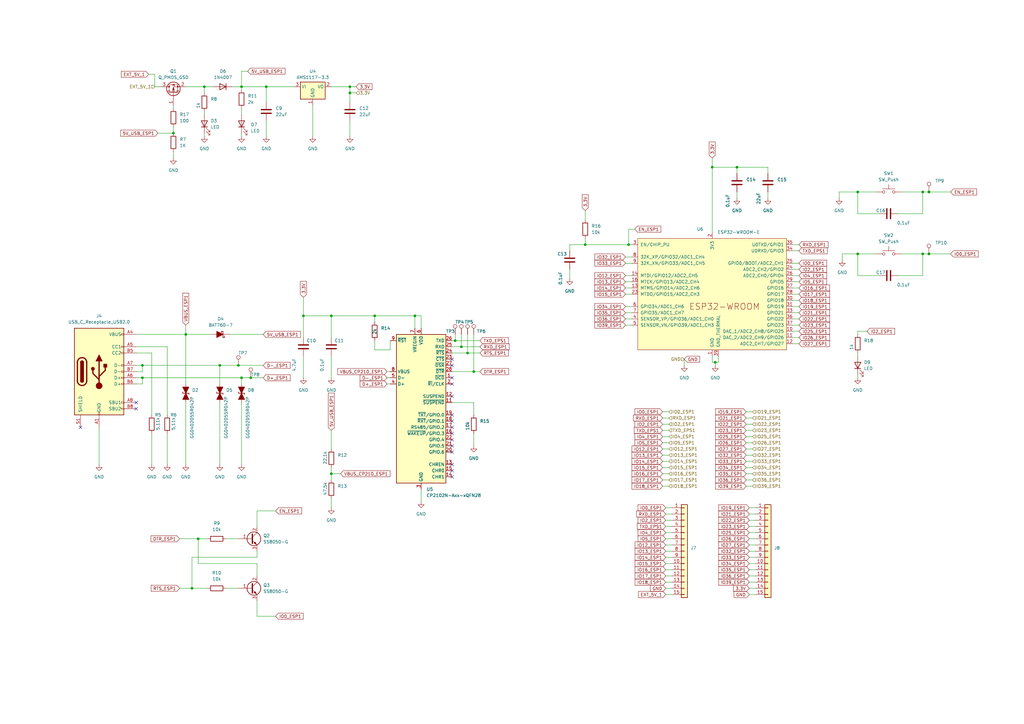
<source format=kicad_sch>
(kicad_sch (version 20230121) (generator eeschema)
  (paper "A3")
  (lib_symbols
    (symbol "Connector:TestPoint" (pin_numbers hide) (pin_names (offset 0.762) hide)
      (property "Reference" "TP" (at 0 6.858 0))
      (property "Value" "TestPoint" (at 0 5.08 0))
      (symbol "TestPoint_1_1"
        (pin passive line (at 0 0 90) (length 2.54) (name "1") (number "1"))
      )
    )
    (symbol "Connector:USB_C_Receptacle_USB2.0" (pin_names (offset 1.016))
      (property "Reference" "J" (at -10.16 19.05 0))
      (property "Value" "USB_C_Receptacle_USB2.0" (at 19.05 19.05 0))
      (symbol "USB_C_Receptacle_USB2.0_1_1"
        (pin passive line (at 0 -22.86 90) (length 5.08) (name "GND") (number "A1"))
        (pin passive line (at 0 -22.86 90) (length 5.08) hide (name "GND") (number "A12"))
        (pin passive line (at 15.24 15.24 180) (length 5.08) (name "VBUS") (number "A4"))
        (pin bidirectional line (at 15.24 10.16 180) (length 5.08) (name "CC1") (number "A5"))
        (pin bidirectional line (at 15.24 -2.54 180) (length 5.08) (name "D+") (number "A6"))
        (pin bidirectional line (at 15.24 2.54 180) (length 5.08) (name "D-") (number "A7"))
        (pin bidirectional line (at 15.24 -12.7 180) (length 5.08) (name "SBU1") (number "A8"))
        (pin passive line (at 15.24 15.24 180) (length 5.08) hide (name "VBUS") (number "A9"))
        (pin passive line (at 0 -22.86 90) (length 5.08) hide (name "GND") (number "B1"))
        (pin passive line (at 0 -22.86 90) (length 5.08) hide (name "GND") (number "B12"))
        (pin passive line (at 15.24 15.24 180) (length 5.08) hide (name "VBUS") (number "B4"))
        (pin bidirectional line (at 15.24 7.62 180) (length 5.08) (name "CC2") (number "B5"))
        (pin bidirectional line (at 15.24 -5.08 180) (length 5.08) (name "D+") (number "B6"))
        (pin bidirectional line (at 15.24 0 180) (length 5.08) (name "D-") (number "B7"))
        (pin bidirectional line (at 15.24 -15.24 180) (length 5.08) (name "SBU2") (number "B8"))
        (pin passive line (at 15.24 15.24 180) (length 5.08) hide (name "VBUS") (number "B9"))
        (pin passive line (at -7.62 -22.86 90) (length 5.08) (name "SHIELD") (number "S1"))
      )
    )
    (symbol "Connector_Generic:Conn_01x15" (pin_names (offset 1.016) hide)
      (property "Reference" "J" (at 0 20.32 0))
      (property "Value" "Conn_01x15" (at 0 -20.32 0))
      (symbol "Conn_01x15_1_1"
        (pin passive line (at -5.08 17.78 0) (length 3.81) (name "Pin_1") (number "1"))
        (pin passive line (at -5.08 -5.08 0) (length 3.81) (name "Pin_10") (number "10"))
        (pin passive line (at -5.08 -7.62 0) (length 3.81) (name "Pin_11") (number "11"))
        (pin passive line (at -5.08 -10.16 0) (length 3.81) (name "Pin_12") (number "12"))
        (pin passive line (at -5.08 -12.7 0) (length 3.81) (name "Pin_13") (number "13"))
        (pin passive line (at -5.08 -15.24 0) (length 3.81) (name "Pin_14") (number "14"))
        (pin passive line (at -5.08 -17.78 0) (length 3.81) (name "Pin_15") (number "15"))
        (pin passive line (at -5.08 15.24 0) (length 3.81) (name "Pin_2") (number "2"))
        (pin passive line (at -5.08 12.7 0) (length 3.81) (name "Pin_3") (number "3"))
        (pin passive line (at -5.08 10.16 0) (length 3.81) (name "Pin_4") (number "4"))
        (pin passive line (at -5.08 7.62 0) (length 3.81) (name "Pin_5") (number "5"))
        (pin passive line (at -5.08 5.08 0) (length 3.81) (name "Pin_6") (number "6"))
        (pin passive line (at -5.08 2.54 0) (length 3.81) (name "Pin_7") (number "7"))
        (pin passive line (at -5.08 0 0) (length 3.81) (name "Pin_8") (number "8"))
        (pin passive line (at -5.08 -2.54 0) (length 3.81) (name "Pin_9") (number "9"))
      )
    )
    (symbol "Device:C" (pin_numbers hide) (pin_names (offset 0.254))
      (property "Reference" "C" (at 0.635 2.54 0))
      (property "Value" "C" (at 0.635 -2.54 0))
      (symbol "C_1_1"
        (pin passive line (at 0 3.81 270) (length 2.794) (name "~") (number "1"))
        (pin passive line (at 0 -3.81 90) (length 2.794) (name "~") (number "2"))
      )
    )
    (symbol "Device:D_Schottky_Filled" (pin_numbers hide) (pin_names (offset 1.016) hide)
      (property "Reference" "D" (at 0 2.54 0))
      (property "Value" "D_Schottky_Filled" (at 0 -2.54 0))
      (symbol "D_Schottky_Filled_1_1"
        (pin passive line (at -3.81 0 0) (length 2.54) (name "K") (number "1"))
        (pin passive line (at 3.81 0 180) (length 2.54) (name "A") (number "2"))
      )
    )
    (symbol "Device:D_TVS_Filled" (pin_numbers hide) (pin_names (offset 1.016) hide)
      (property "Reference" "D" (at 0 2.54 0))
      (property "Value" "D_TVS_Filled" (at 0 -2.54 0))
      (symbol "D_TVS_Filled_1_1"
        (pin passive line (at -3.81 0 0) (length 2.54) (name "A1") (number "1"))
        (pin passive line (at 3.81 0 180) (length 2.54) (name "A2") (number "2"))
      )
    )
    (symbol "Device:LED" (pin_numbers hide) (pin_names (offset 1.016) hide)
      (property "Reference" "D" (at 0 2.54 0))
      (property "Value" "LED" (at 0 -2.54 0))
      (symbol "LED_1_1"
        (pin passive line (at -3.81 0 0) (length 2.54) (name "K") (number "1"))
        (pin passive line (at 3.81 0 180) (length 2.54) (name "A") (number "2"))
      )
    )
    (symbol "Device:Q_PMOS_GSD" (pin_names (offset 0) hide)
      (property "Reference" "Q" (at 5.08 1.27 0))
      (property "Value" "Q_PMOS_GSD" (at 5.08 -1.27 0))
      (symbol "Q_PMOS_GSD_1_1"
        (pin input line (at -5.08 0 0) (length 2.54) (name "G") (number "1"))
        (pin passive line (at 2.54 -5.08 90) (length 2.54) (name "S") (number "2"))
        (pin passive line (at 2.54 5.08 270) (length 2.54) (name "D") (number "3"))
      )
    )
    (symbol "Device:R" (pin_numbers hide) (pin_names (offset 0))
      (property "Reference" "R" (at 2.032 0 90))
      (property "Value" "R" (at 0 0 90))
      (symbol "R_1_1"
        (pin passive line (at 0 3.81 270) (length 1.27) (name "~") (number "1"))
        (pin passive line (at 0 -3.81 90) (length 1.27) (name "~") (number "2"))
      )
    )
    (symbol "Diode:1N4007" (pin_numbers hide) (pin_names hide)
      (property "Reference" "D" (at 0 2.54 0))
      (property "Value" "1N4007" (at 0 -2.54 0))
      (symbol "1N4007_1_1"
        (pin passive line (at -3.81 0 0) (length 2.54) (name "K") (number "1"))
        (pin passive line (at 3.81 0 180) (length 2.54) (name "A") (number "2"))
      )
    )
    (symbol "Interface_USB:CP2102N-Axx-xQFN28"
      (property "Reference" "U" (at -8.89 31.75 0))
      (property "Value" "CP2102N-Axx-xQFN28" (at 12.7 31.75 0))
      (symbol "CP2102N-Axx-xQFN28_1_1"
        (pin input line (at 12.7 12.7 180) (length 2.54) (name "~{DCD}") (number "1"))
        (pin no_connect line (at -10.16 -27.94 0) (length 2.54) hide (name "NC") (number "10"))
        (pin output line (at 12.7 2.54 180) (length 2.54) (name "~{SUSPEND}") (number "11"))
        (pin output line (at 12.7 5.08 180) (length 2.54) (name "SUSPEND") (number "12"))
        (pin output line (at 12.7 -22.86 180) (length 2.54) (name "CHREN") (number "13"))
        (pin output line (at 12.7 -27.94 180) (length 2.54) (name "CHR1") (number "14"))
        (pin output line (at 12.7 -25.4 180) (length 2.54) (name "CHR0") (number "15"))
        (pin bidirectional line (at 12.7 -10.16 180) (length 2.54) (name "~{WAKEUP}/GPIO.3") (number "16"))
        (pin bidirectional line (at 12.7 -7.62 180) (length 2.54) (name "RS485/GPIO.2") (number "17"))
        (pin bidirectional line (at 12.7 -5.08 180) (length 2.54) (name "~{RXT}/GPIO.1") (number "18"))
        (pin bidirectional line (at 12.7 -2.54 180) (length 2.54) (name "~{TXT}/GPIO.0") (number "19"))
        (pin bidirectional line (at 12.7 10.16 180) (length 2.54) (name "~{RI}/CLK") (number "2"))
        (pin bidirectional line (at 12.7 -17.78 180) (length 2.54) (name "GPIO.6") (number "20"))
        (pin bidirectional line (at 12.7 -15.24 180) (length 2.54) (name "GPIO.5") (number "21"))
        (pin bidirectional line (at 12.7 -12.7 180) (length 2.54) (name "GPIO.4") (number "22"))
        (pin input line (at 12.7 20.32 180) (length 2.54) (name "~{CTS}") (number "23"))
        (pin output line (at 12.7 22.86 180) (length 2.54) (name "~{RTS}") (number "24"))
        (pin input line (at 12.7 25.4 180) (length 2.54) (name "RXD") (number "25"))
        (pin output line (at 12.7 27.94 180) (length 2.54) (name "TXD") (number "26"))
        (pin input line (at 12.7 17.78 180) (length 2.54) (name "~{DSR}") (number "27"))
        (pin output line (at 12.7 15.24 180) (length 2.54) (name "~{DTR}") (number "28"))
        (pin passive line (at 0 -33.02 90) (length 2.54) hide (name "GND") (number "29"))
        (pin power_in line (at 0 -33.02 90) (length 2.54) (name "GND") (number "3"))
        (pin bidirectional line (at -12.7 10.16 0) (length 2.54) (name "D+") (number "4"))
        (pin bidirectional line (at -12.7 12.7 0) (length 2.54) (name "D-") (number "5"))
        (pin power_in line (at 0 33.02 270) (length 2.54) (name "VDD") (number "6"))
        (pin power_in line (at -2.54 33.02 270) (length 2.54) (name "VREGIN") (number "7"))
        (pin input line (at -12.7 15.24 0) (length 2.54) (name "VBUS") (number "8"))
        (pin input line (at -12.7 27.94 0) (length 2.54) (name "~{RST}") (number "9"))
      )
    )
    (symbol "PCM_Espressif:ESP32-WROOM-E" (pin_names (offset 1.016))
      (property "Reference" "U" (at -30.48 27.94 0))
      (property "Value" "ESP32-WROOM-E" (at -30.48 25.4 0))
      (symbol "ESP32-WROOM-E_1_1"
        (text "ESP32-­WROOM­" (at 5.08 -5.08 0) (effects (font (size 2.54 2.54))))
        (pin power_in line (at 0 -25.4 90) (length 2.54) (name "GND") (number "1"))
        (pin bidirectional line (at 33.02 -15.24 180) (length 2.54) (name "DAC_1/ADC2_CH8/GPIO25") (number "10"))
        (pin bidirectional line (at 33.02 -17.78 180) (length 2.54) (name "DAC_2/ADC2_CH9/GPIO26") (number "11"))
        (pin bidirectional line (at 33.02 -20.32 180) (length 2.54) (name "ADC2_CH7/GPIO27") (number "12"))
        (pin bidirectional line (at -33.02 2.54 0) (length 2.54) (name "MTMS/GPIO14/ADC2_CH6") (number "13"))
        (pin bidirectional line (at -33.02 7.62 0) (length 2.54) (name "MTDI/GPIO12/ADC2_CH5") (number "14"))
        (pin passive line (at 0 -25.4 90) (length 2.54) hide (name "GND") (number "15"))
        (pin bidirectional line (at -33.02 5.08 0) (length 2.54) (name "MTCK/GPIO13/ADC2_CH4") (number "16"))
        (pin power_in line (at 0 25.4 270) (length 2.54) (name "3V3") (number "2"))
        (pin bidirectional line (at -33.02 0 0) (length 2.54) (name "MTDO/GPIO15/ADC2_CH3") (number "23"))
        (pin bidirectional line (at 33.02 10.16 180) (length 2.54) (name "ADC2_CH2/GPIO2") (number "24"))
        (pin bidirectional line (at 33.02 12.7 180) (length 2.54) (name "GPIO0/BOOT/ADC2_CH1") (number "25"))
        (pin bidirectional line (at 33.02 7.62 180) (length 2.54) (name "ADC2_CH0/GPIO4") (number "26"))
        (pin bidirectional line (at 33.02 2.54 180) (length 2.54) (name "GPIO16") (number "27"))
        (pin bidirectional line (at 33.02 0 180) (length 2.54) (name "GPIO17") (number "28"))
        (pin bidirectional line (at 33.02 5.08 180) (length 2.54) (name "GPIO5") (number "29"))
        (pin input line (at -33.02 20.32 0) (length 2.54) (name "EN/CHIP_PU") (number "3"))
        (pin bidirectional line (at 33.02 -2.54 180) (length 2.54) (name "GPIO18") (number "30"))
        (pin bidirectional line (at 33.02 -5.08 180) (length 2.54) (name "GPIO19") (number "31"))
        (pin bidirectional line (at 33.02 -7.62 180) (length 2.54) (name "GPIO21") (number "33"))
        (pin bidirectional line (at 33.02 17.78 180) (length 2.54) (name "U0RXD/GPIO3") (number "34"))
        (pin bidirectional line (at 33.02 20.32 180) (length 2.54) (name "U0TXD/GPIO1") (number "35"))
        (pin bidirectional line (at 33.02 -10.16 180) (length 2.54) (name "GPIO22") (number "36"))
        (pin bidirectional line (at 33.02 -12.7 180) (length 2.54) (name "GPIO23") (number "37"))
        (pin passive line (at 0 -25.4 90) (length 2.54) hide (name "GND") (number "38"))
        (pin power_in line (at 2.54 -25.4 90) (length 2.54) (name "GND_THERMAL") (number "39"))
        (pin input line (at -33.02 -10.16 0) (length 2.54) (name "SENSOR_VP/GPIO36/ADC1_CH0") (number "4"))
        (pin input line (at -33.02 -12.7 0) (length 2.54) (name "SENSOR_VN/GPIO39/ADC1_CH3") (number "5"))
        (pin input line (at -33.02 -5.08 0) (length 2.54) (name "GPIO34/ADC1_CH6") (number "6"))
        (pin input line (at -33.02 -7.62 0) (length 2.54) (name "GPIO35/ADC1_CH7") (number "7"))
        (pin bidirectional line (at -33.02 15.24 0) (length 2.54) (name "32K_XP/GPIO32/ADC1_CH4") (number "8"))
        (pin bidirectional line (at -33.02 12.7 0) (length 2.54) (name "32K_XN/GPIO33/ADC1_CH5") (number "9"))
      )
    )
    (symbol "Regulator_Linear:AMS1117-3.3"
      (property "Reference" "U" (at -3.81 3.175 0))
      (property "Value" "AMS1117-3.3" (at 0 3.175 0))
      (symbol "AMS1117-3.3_1_1"
        (pin power_in line (at 0 -7.62 90) (length 2.54) (name "GND") (number "1"))
        (pin power_out line (at 7.62 0 180) (length 2.54) (name "VO") (number "2"))
        (pin power_in line (at -7.62 0 0) (length 2.54) (name "VI") (number "3"))
      )
    )
    (symbol "Switch:SW_Push" (pin_numbers hide) (pin_names (offset 1.016) hide)
      (property "Reference" "SW" (at 1.27 2.54 0))
      (property "Value" "SW_Push" (at 0 -1.524 0))
      (symbol "SW_Push_0_1"
        (pin passive line (at -5.08 0 0) (length 2.54) (name "1") (number "1"))
        (pin passive line (at 5.08 0 180) (length 2.54) (name "2") (number "2"))
      )
    )
    (symbol "Transistor_BJT:2SD1047" (pin_names (offset 0) hide)
      (property "Reference" "Q" (at 6.35 1.905 0))
      (property "Value" "2SD1047" (at 6.35 0 0))
      (symbol "2SD1047_1_1"
        (pin input line (at -5.08 0 0) (length 5.08) (name "B") (number "1"))
        (pin passive line (at 2.54 5.08 270) (length 2.54) (name "C") (number "2"))
        (pin passive line (at 2.54 -5.08 90) (length 2.54) (name "E") (number "3"))
      )
    )
    (symbol "power:GND" (power) (pin_names (offset 0))
      (property "Value" "GND" (at 0 -3.81 0))
      (symbol "GND_1_1"
        (pin power_in line (at 0 0 270) (length 0) hide (name "GND") (number "1"))
      )
    )
  )
  (junction (at 135.89 194.31))
  (junction (at 302.26 68.58))
  (junction (at 78.74 241.3))
  (junction (at 240.03 100.33))
  (junction (at 58.42 154.94))
  (junction (at 143.51 35.56))
  (junction (at 381 104.14))
  (junction (at 186.69 139.7))
  (junction (at 124.46 129.54))
  (junction (at 143.51 38.1))
  (junction (at 109.22 35.56))
  (junction (at 99.06 154.94))
  (junction (at 194.31 152.4))
  (junction (at 381 78.74))
  (junction (at 351.79 104.14))
  (junction (at 83.82 35.56))
  (junction (at 71.12 54.61))
  (junction (at 292.1 68.58))
  (junction (at 153.67 129.54))
  (junction (at 76.2 137.16))
  (junction (at 257.81 100.33))
  (junction (at 170.18 129.54))
  (junction (at 58.42 149.86))
  (junction (at 351.79 78.74))
  (junction (at 102.87 154.94))
  (junction (at 99.06 35.56))
  (junction (at 378.46 78.74))
  (junction (at 97.79 149.86))
  (junction (at 191.77 144.78))
  (junction (at 81.28 220.98))
  (junction (at 90.17 149.86))
  (junction (at 378.46 104.14))
  (junction (at 293.37 148.59))
  (junction (at 135.89 129.54))
  (junction (at 189.23 142.24))
  (no_connect (at 185.42 170.18))
  (no_connect (at 185.42 172.72))
  (no_connect (at 185.42 177.8))
  (no_connect (at 185.42 157.48))
  (no_connect (at 185.42 195.58))
  (no_connect (at 185.42 154.94))
  (no_connect (at 55.88 167.64))
  (no_connect (at 185.42 182.88))
  (no_connect (at 185.42 185.42))
  (no_connect (at 185.42 175.26))
  (no_connect (at 185.42 147.32))
  (no_connect (at 185.42 190.5))
  (no_connect (at 185.42 180.34))
  (no_connect (at 185.42 162.56))
  (no_connect (at 55.88 165.1))
  (no_connect (at 185.42 193.04))
  (no_connect (at 185.42 149.86))
  (no_connect (at 33.02 175.26))
  (wire (pts (xy 60.96 30.48) (xy 63.5 30.48)))
  (wire (pts (xy 90.17 165.1) (xy 90.17 190.5)))
  (wire (pts (xy 83.82 35.56) (xy 87.63 35.56)))
  (wire (pts (xy 273.05 241.3) (xy 275.59 241.3)))
  (wire (pts (xy 306.07 196.85) (xy 308.61 196.85)))
  (wire (pts (xy 186.69 137.16) (xy 186.69 139.7)))
  (wire (pts (xy 105.41 209.55) (xy 113.03 209.55)))
  (wire (pts (xy 351.79 146.05) (xy 351.79 144.78)))
  (wire (pts (xy 78.74 241.3) (xy 78.74 228.6)))
  (wire (pts (xy 307.34 226.06) (xy 309.88 226.06)))
  (wire (pts (xy 158.75 157.48) (xy 160.02 157.48)))
  (wire (pts (xy 327.66 138.43) (xy 325.12 138.43)))
  (wire (pts (xy 351.79 87.63) (xy 351.79 78.74)))
  (wire (pts (xy 351.79 113.03) (xy 351.79 104.14)))
  (wire (pts (xy 63.5 30.48) (xy 63.5 35.56)))
  (wire (pts (xy 143.51 35.56) (xy 143.51 38.1)))
  (wire (pts (xy 273.05 236.22) (xy 275.59 236.22)))
  (wire (pts (xy 307.34 218.44) (xy 309.88 218.44)))
  (wire (pts (xy 172.72 129.54) (xy 170.18 129.54)))
  (wire (pts (xy 62.23 177.8) (xy 62.23 190.5)))
  (wire (pts (xy 85.09 241.3) (xy 78.74 241.3)))
  (wire (pts (xy 381 104.14) (xy 389.89 104.14)))
  (wire (pts (xy 135.89 208.28) (xy 135.89 204.47)))
  (wire (pts (xy 186.69 139.7) (xy 185.42 139.7)))
  (wire (pts (xy 109.22 35.56) (xy 109.22 41.91)))
  (wire (pts (xy 257.81 93.98) (xy 257.81 100.33)))
  (wire (pts (xy 68.58 142.24) (xy 68.58 170.18)))
  (wire (pts (xy 105.41 231.14) (xy 105.41 236.22)))
  (wire (pts (xy 76.2 137.16) (xy 86.36 137.16)))
  (wire (pts (xy 378.46 113.03) (xy 378.46 104.14)))
  (wire (pts (xy 153.67 132.08) (xy 153.67 129.54)))
  (wire (pts (xy 135.89 194.31) (xy 135.89 196.85)))
  (wire (pts (xy 102.87 154.94) (xy 107.95 154.94)))
  (wire (pts (xy 381 78.74) (xy 389.89 78.74)))
  (wire (pts (xy 327.66 102.87) (xy 325.12 102.87)))
  (wire (pts (xy 97.79 149.86) (xy 107.95 149.86)))
  (wire (pts (xy 55.88 137.16) (xy 76.2 137.16)))
  (wire (pts (xy 55.88 142.24) (xy 68.58 142.24)))
  (wire (pts (xy 307.34 236.22) (xy 309.88 236.22)))
  (wire (pts (xy 306.07 184.15) (xy 308.61 184.15)))
  (wire (pts (xy 327.66 125.73) (xy 325.12 125.73)))
  (wire (pts (xy 71.12 43.18) (xy 71.12 44.45)))
  (wire (pts (xy 124.46 146.05) (xy 124.46 154.94)))
  (wire (pts (xy 271.78 191.77) (xy 274.32 191.77)))
  (wire (pts (xy 327.66 113.03) (xy 325.12 113.03)))
  (wire (pts (xy 58.42 149.86) (xy 58.42 152.4)))
  (wire (pts (xy 191.77 144.78) (xy 185.42 144.78)))
  (wire (pts (xy 325.12 118.11) (xy 327.66 118.11)))
  (wire (pts (xy 344.17 81.28) (xy 344.17 78.74)))
  (wire (pts (xy 351.79 104.14) (xy 359.41 104.14)))
  (wire (pts (xy 153.67 143.51) (xy 153.67 139.7)))
  (wire (pts (xy 271.78 184.15) (xy 274.32 184.15)))
  (wire (pts (xy 233.68 110.49) (xy 233.68 114.3)))
  (wire (pts (xy 327.66 107.95) (xy 325.12 107.95)))
  (wire (pts (xy 160.02 143.51) (xy 160.02 139.7)))
  (wire (pts (xy 327.66 128.27) (xy 325.12 128.27)))
  (wire (pts (xy 378.46 78.74) (xy 369.57 78.74)))
  (wire (pts (xy 271.78 199.39) (xy 274.32 199.39)))
  (wire (pts (xy 325.12 115.57) (xy 327.66 115.57)))
  (wire (pts (xy 327.66 133.35) (xy 325.12 133.35)))
  (wire (pts (xy 194.31 182.88) (xy 194.31 177.8)))
  (wire (pts (xy 81.28 220.98) (xy 81.28 231.14)))
  (wire (pts (xy 271.78 176.53) (xy 274.32 176.53)))
  (wire (pts (xy 273.05 243.84) (xy 275.59 243.84)))
  (wire (pts (xy 99.06 35.56) (xy 109.22 35.56)))
  (wire (pts (xy 271.78 189.23) (xy 274.32 189.23)))
  (wire (pts (xy 293.37 148.59) (xy 292.1 148.59)))
  (wire (pts (xy 99.06 154.94) (xy 102.87 154.94)))
  (wire (pts (xy 256.54 133.35) (xy 259.08 133.35)))
  (wire (pts (xy 64.77 54.61) (xy 71.12 54.61)))
  (wire (pts (xy 109.22 35.56) (xy 120.65 35.56)))
  (wire (pts (xy 143.51 38.1) (xy 143.51 41.91)))
  (wire (pts (xy 314.96 68.58) (xy 314.96 71.12)))
  (wire (pts (xy 302.26 71.12) (xy 302.26 68.58)))
  (wire (pts (xy 40.64 175.26) (xy 40.64 190.5)))
  (wire (pts (xy 378.46 104.14) (xy 369.57 104.14)))
  (wire (pts (xy 256.54 107.95) (xy 259.08 107.95)))
  (wire (pts (xy 143.51 38.1) (xy 146.05 38.1)))
  (wire (pts (xy 135.89 129.54) (xy 153.67 129.54)))
  (wire (pts (xy 256.54 118.11) (xy 259.08 118.11)))
  (wire (pts (xy 325.12 140.97) (xy 327.66 140.97)))
  (wire (pts (xy 153.67 143.51) (xy 160.02 143.51)))
  (wire (pts (xy 306.07 179.07) (xy 308.61 179.07)))
  (wire (pts (xy 135.89 176.53) (xy 135.89 184.15)))
  (wire (pts (xy 233.68 102.87) (xy 233.68 100.33)))
  (wire (pts (xy 143.51 35.56) (xy 146.05 35.56)))
  (wire (pts (xy 292.1 68.58) (xy 302.26 68.58)))
  (wire (pts (xy 189.23 137.16) (xy 189.23 142.24)))
  (wire (pts (xy 158.75 154.94) (xy 160.02 154.94)))
  (wire (pts (xy 256.54 128.27) (xy 259.08 128.27)))
  (wire (pts (xy 93.98 137.16) (xy 107.95 137.16)))
  (wire (pts (xy 76.2 165.1) (xy 76.2 190.5)))
  (wire (pts (xy 307.34 243.84) (xy 309.88 243.84)))
  (wire (pts (xy 105.41 252.73) (xy 113.03 252.73)))
  (wire (pts (xy 109.22 49.53) (xy 109.22 55.88)))
  (wire (pts (xy 273.05 228.6) (xy 275.59 228.6)))
  (wire (pts (xy 78.74 228.6) (xy 105.41 228.6)))
  (wire (pts (xy 273.05 215.9) (xy 275.59 215.9)))
  (wire (pts (xy 55.88 144.78) (xy 62.23 144.78)))
  (wire (pts (xy 271.78 173.99) (xy 274.32 173.99)))
  (wire (pts (xy 58.42 154.94) (xy 58.42 157.48)))
  (wire (pts (xy 62.23 144.78) (xy 62.23 170.18)))
  (wire (pts (xy 292.1 148.59) (xy 292.1 146.05)))
  (wire (pts (xy 58.42 149.86) (xy 90.17 149.86)))
  (wire (pts (xy 378.46 87.63) (xy 378.46 78.74)))
  (wire (pts (xy 314.96 78.74) (xy 314.96 81.28)))
  (wire (pts (xy 143.51 49.53) (xy 143.51 55.88)))
  (wire (pts (xy 360.68 87.63) (xy 351.79 87.63)))
  (wire (pts (xy 170.18 129.54) (xy 170.18 134.62)))
  (wire (pts (xy 271.78 168.91) (xy 274.32 168.91)))
  (wire (pts (xy 153.67 129.54) (xy 170.18 129.54)))
  (wire (pts (xy 306.07 168.91) (xy 308.61 168.91)))
  (wire (pts (xy 294.64 148.59) (xy 293.37 148.59)))
  (wire (pts (xy 194.31 170.18) (xy 194.31 165.1)))
  (wire (pts (xy 68.58 177.8) (xy 68.58 190.5)))
  (wire (pts (xy 76.2 137.16) (xy 76.2 157.48)))
  (wire (pts (xy 99.06 44.45) (xy 99.06 46.99)))
  (wire (pts (xy 327.66 100.33) (xy 325.12 100.33)))
  (wire (pts (xy 191.77 137.16) (xy 191.77 144.78)))
  (wire (pts (xy 273.05 220.98) (xy 275.59 220.98)))
  (wire (pts (xy 76.2 133.35) (xy 76.2 137.16)))
  (wire (pts (xy 71.12 52.07) (xy 71.12 54.61)))
  (wire (pts (xy 351.79 154.94) (xy 351.79 153.67)))
  (wire (pts (xy 135.89 191.77) (xy 135.89 194.31)))
  (wire (pts (xy 307.34 233.68) (xy 309.88 233.68)))
  (wire (pts (xy 256.54 113.03) (xy 259.08 113.03)))
  (wire (pts (xy 83.82 35.56) (xy 83.82 38.1)))
  (wire (pts (xy 271.78 186.69) (xy 274.32 186.69)))
  (wire (pts (xy 135.89 194.31) (xy 139.7 194.31)))
  (wire (pts (xy 307.34 215.9) (xy 309.88 215.9)))
  (wire (pts (xy 128.27 43.18) (xy 128.27 55.88)))
  (wire (pts (xy 99.06 165.1) (xy 99.06 190.5)))
  (wire (pts (xy 344.17 78.74) (xy 351.79 78.74)))
  (wire (pts (xy 307.34 228.6) (xy 309.88 228.6)))
  (wire (pts (xy 273.05 231.14) (xy 275.59 231.14)))
  (wire (pts (xy 306.07 191.77) (xy 308.61 191.77)))
  (wire (pts (xy 256.54 130.81) (xy 259.08 130.81)))
  (wire (pts (xy 135.89 35.56) (xy 143.51 35.56)))
  (wire (pts (xy 189.23 142.24) (xy 185.42 142.24)))
  (wire (pts (xy 194.31 165.1) (xy 185.42 165.1)))
  (wire (pts (xy 345.44 104.14) (xy 351.79 104.14)))
  (wire (pts (xy 81.28 231.14) (xy 105.41 231.14)))
  (wire (pts (xy 345.44 106.68) (xy 345.44 104.14)))
  (wire (pts (xy 158.75 152.4) (xy 160.02 152.4)))
  (wire (pts (xy 90.17 149.86) (xy 97.79 149.86)))
  (wire (pts (xy 273.05 233.68) (xy 275.59 233.68)))
  (wire (pts (xy 63.5 35.56) (xy 66.04 35.56)))
  (wire (pts (xy 307.34 231.14) (xy 309.88 231.14)))
  (wire (pts (xy 240.03 86.36) (xy 240.03 90.17)))
  (wire (pts (xy 360.68 113.03) (xy 351.79 113.03)))
  (wire (pts (xy 105.41 246.38) (xy 105.41 252.73)))
  (wire (pts (xy 83.82 46.99) (xy 83.82 45.72)))
  (wire (pts (xy 306.07 181.61) (xy 308.61 181.61)))
  (wire (pts (xy 271.78 179.07) (xy 274.32 179.07)))
  (wire (pts (xy 273.05 210.82) (xy 275.59 210.82)))
  (wire (pts (xy 325.12 120.65) (xy 327.66 120.65)))
  (wire (pts (xy 327.66 130.81) (xy 325.12 130.81)))
  (wire (pts (xy 194.31 137.16) (xy 194.31 152.4)))
  (wire (pts (xy 194.31 152.4) (xy 185.42 152.4)))
  (wire (pts (xy 293.37 149.86) (xy 293.37 148.59)))
  (wire (pts (xy 196.85 144.78) (xy 191.77 144.78)))
  (wire (pts (xy 99.06 29.21) (xy 99.06 35.56)))
  (wire (pts (xy 196.85 152.4) (xy 194.31 152.4)))
  (wire (pts (xy 256.54 105.41) (xy 259.08 105.41)))
  (wire (pts (xy 302.26 68.58) (xy 314.96 68.58)))
  (wire (pts (xy 172.72 134.62) (xy 172.72 129.54)))
  (wire (pts (xy 240.03 97.79) (xy 240.03 100.33)))
  (wire (pts (xy 302.26 78.74) (xy 302.26 81.28)))
  (wire (pts (xy 99.06 29.21) (xy 101.6 29.21)))
  (wire (pts (xy 196.85 139.7) (xy 186.69 139.7)))
  (wire (pts (xy 73.66 241.3) (xy 78.74 241.3)))
  (wire (pts (xy 307.34 238.76) (xy 309.88 238.76)))
  (wire (pts (xy 240.03 100.33) (xy 257.81 100.33)))
  (wire (pts (xy 271.78 171.45) (xy 274.32 171.45)))
  (wire (pts (xy 292.1 64.77) (xy 292.1 68.58)))
  (wire (pts (xy 99.06 154.94) (xy 99.06 157.48)))
  (wire (pts (xy 256.54 115.57) (xy 259.08 115.57)))
  (wire (pts (xy 58.42 152.4) (xy 55.88 152.4)))
  (wire (pts (xy 306.07 173.99) (xy 308.61 173.99)))
  (wire (pts (xy 256.54 125.73) (xy 259.08 125.73)))
  (wire (pts (xy 135.89 129.54) (xy 135.89 138.43)))
  (wire (pts (xy 76.2 35.56) (xy 83.82 35.56)))
  (wire (pts (xy 257.81 100.33) (xy 259.08 100.33)))
  (wire (pts (xy 58.42 154.94) (xy 99.06 154.94)))
  (wire (pts (xy 325.12 135.89) (xy 327.66 135.89)))
  (wire (pts (xy 273.05 238.76) (xy 275.59 238.76)))
  (wire (pts (xy 292.1 95.25) (xy 292.1 68.58)))
  (wire (pts (xy 351.79 78.74) (xy 359.41 78.74)))
  (wire (pts (xy 306.07 171.45) (xy 308.61 171.45)))
  (wire (pts (xy 256.54 120.65) (xy 259.08 120.65)))
  (wire (pts (xy 85.09 220.98) (xy 81.28 220.98)))
  (wire (pts (xy 271.78 194.31) (xy 274.32 194.31)))
  (wire (pts (xy 294.64 146.05) (xy 294.64 148.59)))
  (wire (pts (xy 105.41 215.9) (xy 105.41 209.55)))
  (wire (pts (xy 105.41 228.6) (xy 105.41 226.06)))
  (wire (pts (xy 95.25 35.56) (xy 99.06 35.56)))
  (wire (pts (xy 273.05 223.52) (xy 275.59 223.52)))
  (wire (pts (xy 271.78 181.61) (xy 274.32 181.61)))
  (wire (pts (xy 368.3 113.03) (xy 378.46 113.03)))
  (wire (pts (xy 306.07 176.53) (xy 308.61 176.53)))
  (wire (pts (xy 55.88 154.94) (xy 58.42 154.94)))
  (wire (pts (xy 307.34 210.82) (xy 309.88 210.82)))
  (wire (pts (xy 99.06 36.83) (xy 99.06 35.56)))
  (wire (pts (xy 124.46 121.92) (xy 124.46 129.54)))
  (wire (pts (xy 92.71 220.98) (xy 97.79 220.98)))
  (wire (pts (xy 172.72 200.66) (xy 172.72 205.74)))
  (wire (pts (xy 307.34 220.98) (xy 309.88 220.98)))
  (wire (pts (xy 368.3 87.63) (xy 378.46 87.63)))
  (wire (pts (xy 307.34 213.36) (xy 309.88 213.36)))
  (wire (pts (xy 92.71 241.3) (xy 97.79 241.3)))
  (wire (pts (xy 196.85 142.24) (xy 189.23 142.24)))
  (wire (pts (xy 71.12 62.23) (xy 71.12 64.77)))
  (wire (pts (xy 124.46 129.54) (xy 135.89 129.54)))
  (wire (pts (xy 58.42 157.48) (xy 55.88 157.48)))
  (wire (pts (xy 351.79 135.89) (xy 351.79 137.16)))
  (wire (pts (xy 325.12 123.19) (xy 327.66 123.19)))
  (wire (pts (xy 306.07 189.23) (xy 308.61 189.23)))
  (wire (pts (xy 233.68 100.33) (xy 240.03 100.33)))
  (wire (pts (xy 273.05 226.06) (xy 275.59 226.06)))
  (wire (pts (xy 307.34 223.52) (xy 309.88 223.52)))
  (wire (pts (xy 273.05 208.28) (xy 275.59 208.28)))
  (wire (pts (xy 55.88 149.86) (xy 58.42 149.86)))
  (wire (pts (xy 306.07 199.39) (xy 308.61 199.39)))
  (wire (pts (xy 90.17 149.86) (xy 90.17 157.48)))
  (wire (pts (xy 124.46 138.43) (xy 124.46 129.54)))
  (wire (pts (xy 260.35 93.98) (xy 257.81 93.98)))
  (wire (pts (xy 83.82 55.88) (xy 83.82 54.61)))
  (wire (pts (xy 307.34 208.28) (xy 309.88 208.28)))
  (wire (pts (xy 306.07 194.31) (xy 308.61 194.31)))
  (wire (pts (xy 306.07 186.69) (xy 308.61 186.69)))
  (wire (pts (xy 273.05 213.36) (xy 275.59 213.36)))
  (wire (pts (xy 73.66 220.98) (xy 81.28 220.98)))
  (wire (pts (xy 99.06 54.61) (xy 99.06 55.88)))
  (wire (pts (xy 378.46 78.74) (xy 381 78.74)))
  (wire (pts (xy 280.67 147.32) (xy 280.67 149.86)))
  (wire (pts (xy 135.89 146.05) (xy 135.89 154.94)))
  (wire (pts (xy 273.05 218.44) (xy 275.59 218.44)))
  (wire (pts (xy 378.46 104.14) (xy 381 104.14)))
  (wire (pts (xy 355.6 135.89) (xy 351.79 135.89)))
  (wire (pts (xy 327.66 110.49) (xy 325.12 110.49)))
  (wire (pts (xy 307.34 241.3) (xy 309.88 241.3)))
  (wire (pts (xy 271.78 196.85) (xy 274.32 196.85)))
  (global_label "IO2_ESP1" (shape input) (at 273.05 213.36 180) (property "Intersheetrefs" "${INTERSHEET_REFS}" (effects hide)))
  (global_label "IO27_ESP1" (shape input) (at 306.07 184.15 180) (property "Intersheetrefs" "${INTERSHEET_REFS}" (effects hide)))
  (global_label "IO33_ESP1" (shape input) (at 306.07 189.23 180) (property "Intersheetrefs" "${INTERSHEET_REFS}" (effects hide)))
  (global_label "IO32_ESP1" (shape input) (at 307.34 226.06 180) (property "Intersheetrefs" "${INTERSHEET_REFS}" (effects hide)))
  (global_label "IO2_ESP1" (shape input) (at 271.78 173.99 180) (property "Intersheetrefs" "${INTERSHEET_REFS}" (effects hide)))
  (global_label "IO35_ESP1" (shape input) (at 256.54 128.27 180) (property "Intersheetrefs" "${INTERSHEET_REFS}" (effects hide)))
  (global_label "IO26_ESP1" (shape input) (at 327.66 138.43 0) (property "Intersheetrefs" "${INTERSHEET_REFS}" (effects hide)))
  (global_label "5V_USB_ESP1" (shape input) (at 101.6 29.21 0) (property "Intersheetrefs" "${INTERSHEET_REFS}" (effects hide)))
  (global_label "IO39_ESP1" (shape input) (at 306.07 199.39 180) (property "Intersheetrefs" "${INTERSHEET_REFS}" (effects hide)))
  (global_label "IO39_ESP1" (shape input) (at 256.54 133.35 180) (property "Intersheetrefs" "${INTERSHEET_REFS}" (effects hide)))
  (global_label "TXD_EPS1" (shape input) (at 271.78 176.53 180) (property "Intersheetrefs" "${INTERSHEET_REFS}" (effects hide)))
  (global_label "IO0_ESP1" (shape input) (at 389.89 104.14 0) (property "Intersheetrefs" "${INTERSHEET_REFS}" (effects hide)))
  (global_label "IO25_ESP1" (shape input) (at 306.07 179.07 180) (property "Intersheetrefs" "${INTERSHEET_REFS}" (effects hide)))
  (global_label "IO32_ESP1" (shape input) (at 306.07 186.69 180) (property "Intersheetrefs" "${INTERSHEET_REFS}" (effects hide)))
  (global_label "IO16_ESP1" (shape input) (at 273.05 233.68 180) (property "Intersheetrefs" "${INTERSHEET_REFS}" (effects hide)))
  (global_label "IO18_ESP1" (shape input) (at 273.05 238.76 180) (property "Intersheetrefs" "${INTERSHEET_REFS}" (effects hide)))
  (global_label "IO21_ESP1" (shape input) (at 327.66 128.27 0) (property "Intersheetrefs" "${INTERSHEET_REFS}" (effects hide)))
  (global_label "IO5_ESP1" (shape input) (at 327.66 115.57 0) (property "Intersheetrefs" "${INTERSHEET_REFS}" (effects hide)))
  (global_label "IO12_ESP1" (shape input) (at 271.78 184.15 180) (property "Intersheetrefs" "${INTERSHEET_REFS}" (effects hide)))
  (global_label "IO2_ESP1" (shape input) (at 327.66 110.49 0) (property "Intersheetrefs" "${INTERSHEET_REFS}" (effects hide)))
  (global_label "DTR_ESP1" (shape input) (at 73.66 220.98 180) (property "Intersheetrefs" "${INTERSHEET_REFS}" (effects hide)))
  (global_label "D+_ESP1" (shape input) (at 158.75 157.48 180) (property "Intersheetrefs" "${INTERSHEET_REFS}" (effects hide)))
  (global_label "IO13_ESP1" (shape input) (at 273.05 226.06 180) (property "Intersheetrefs" "${INTERSHEET_REFS}" (effects hide)))
  (global_label "TXD_EPS1" (shape input) (at 273.05 215.9 180) (property "Intersheetrefs" "${INTERSHEET_REFS}" (effects hide)))
  (global_label "IO22_ESP1" (shape input) (at 307.34 213.36 180) (property "Intersheetrefs" "${INTERSHEET_REFS}" (effects hide)))
  (global_label "IO19_ESP1" (shape input) (at 306.07 168.91 180) (property "Intersheetrefs" "${INTERSHEET_REFS}" (effects hide)))
  (global_label "IO27_ESP1" (shape input) (at 307.34 223.52 180) (property "Intersheetrefs" "${INTERSHEET_REFS}" (effects hide)))
  (global_label "3,3V" (shape input) (at 124.46 121.92 90) (property "Intersheetrefs" "${INTERSHEET_REFS}" (effects hide)))
  (global_label "IO21_ESP1" (shape input) (at 306.07 171.45 180) (property "Intersheetrefs" "${INTERSHEET_REFS}" (effects hide)))
  (global_label "IO23_ESP1" (shape input) (at 307.34 215.9 180) (property "Intersheetrefs" "${INTERSHEET_REFS}" (effects hide)))
  (global_label "IO26_ESP1" (shape input) (at 306.07 181.61 180) (property "Intersheetrefs" "${INTERSHEET_REFS}" (effects hide)))
  (global_label "RXD_ESP1" (shape input) (at 273.05 210.82 180) (property "Intersheetrefs" "${INTERSHEET_REFS}" (effects hide)))
  (global_label "IO36_ESP1" (shape input) (at 307.34 236.22 180) (property "Intersheetrefs" "${INTERSHEET_REFS}" (effects hide)))
  (global_label "IO21_ESP1" (shape input) (at 307.34 210.82 180) (property "Intersheetrefs" "${INTERSHEET_REFS}" (effects hide)))
  (global_label "IO16_ESP1" (shape input) (at 271.78 194.31 180) (property "Intersheetrefs" "${INTERSHEET_REFS}" (effects hide)))
  (global_label "IO5_ESP1" (shape input) (at 271.78 181.61 180) (property "Intersheetrefs" "${INTERSHEET_REFS}" (effects hide)))
  (global_label "IO34_ESP1" (shape input) (at 306.07 191.77 180) (property "Intersheetrefs" "${INTERSHEET_REFS}" (effects hide)))
  (global_label "EXT_5V_1" (shape input) (at 273.05 243.84 180) (property "Intersheetrefs" "${INTERSHEET_REFS}" (effects hide)))
  (global_label "RXD_ESP1" (shape input) (at 327.66 100.33 0) (property "Intersheetrefs" "${INTERSHEET_REFS}" (effects hide)))
  (global_label "IO18_ESP1" (shape input) (at 271.78 199.39 180) (property "Intersheetrefs" "${INTERSHEET_REFS}" (effects hide)))
  (global_label "IO15_ESP1" (shape input) (at 256.54 120.65 180) (property "Intersheetrefs" "${INTERSHEET_REFS}" (effects hide)))
  (global_label "IO2_ESP1" (shape input) (at 355.6 135.89 0) (property "Intersheetrefs" "${INTERSHEET_REFS}" (effects hide)))
  (global_label "IO35_ESP1" (shape input) (at 306.07 194.31 180) (property "Intersheetrefs" "${INTERSHEET_REFS}" (effects hide)))
  (global_label "IO39_ESP1" (shape input) (at 307.34 238.76 180) (property "Intersheetrefs" "${INTERSHEET_REFS}" (effects hide)))
  (global_label "3,3V" (shape input) (at 307.34 241.3 180) (property "Intersheetrefs" "${INTERSHEET_REFS}" (effects hide)))
  (global_label "IO0_ESP1" (shape input) (at 327.66 107.95 0) (property "Intersheetrefs" "${INTERSHEET_REFS}" (effects hide)))
  (global_label "IO22_ESP1" (shape input) (at 306.07 173.99 180) (property "Intersheetrefs" "${INTERSHEET_REFS}" (effects hide)))
  (global_label "D-_ESP1" (shape input) (at 107.95 149.86 0) (property "Intersheetrefs" "${INTERSHEET_REFS}" (effects hide)))
  (global_label "IO16_ESP1" (shape input) (at 327.66 118.11 0) (property "Intersheetrefs" "${INTERSHEET_REFS}" (effects hide)))
  (global_label "IO18_ESP1" (shape input) (at 327.66 123.19 0) (property "Intersheetrefs" "${INTERSHEET_REFS}" (effects hide)))
  (global_label "GND" (shape input) (at 273.05 241.3 180) (property "Intersheetrefs" "${INTERSHEET_REFS}" (effects hide)))
  (global_label "IO13_ESP1" (shape input) (at 256.54 115.57 180) (property "Intersheetrefs" "${INTERSHEET_REFS}" (effects hide)))
  (global_label "IO33_ESP1" (shape input) (at 307.34 228.6 180) (property "Intersheetrefs" "${INTERSHEET_REFS}" (effects hide)))
  (global_label "IO14_ESP1" (shape input) (at 273.05 228.6 180) (property "Intersheetrefs" "${INTERSHEET_REFS}" (effects hide)))
  (global_label "TXD_EPS1" (shape input) (at 327.66 102.87 0) (property "Intersheetrefs" "${INTERSHEET_REFS}" (effects hide)))
  (global_label "RXD_ESP1" (shape input) (at 196.85 142.24 0) (property "Intersheetrefs" "${INTERSHEET_REFS}" (effects hide)))
  (global_label "RTS_ESP1" (shape input) (at 73.66 241.3 180) (property "Intersheetrefs" "${INTERSHEET_REFS}" (effects hide)))
  (global_label "IO35_ESP1" (shape input) (at 307.34 233.68 180) (property "Intersheetrefs" "${INTERSHEET_REFS}" (effects hide)))
  (global_label "IO27_ESP1" (shape input) (at 327.66 140.97 0) (property "Intersheetrefs" "${INTERSHEET_REFS}" (effects hide)))
  (global_label "GND" (shape input) (at 280.67 147.32 0) (property "Intersheetrefs" "${INTERSHEET_REFS}" (effects hide)))
  (global_label "5V_USB_ESP1" (shape input) (at 135.89 176.53 90) (property "Intersheetrefs" "${INTERSHEET_REFS}" (effects hide)))
  (global_label "D-_ESP1" (shape input) (at 158.75 154.94 180) (property "Intersheetrefs" "${INTERSHEET_REFS}" (effects hide)))
  (global_label "IO12_ESP1" (shape input) (at 256.54 113.03 180) (property "Intersheetrefs" "${INTERSHEET_REFS}" (effects hide)))
  (global_label "VBUS_CP210_ESP1" (shape input) (at 139.7 194.31 0) (property "Intersheetrefs" "${INTERSHEET_REFS}" (effects hide)))
  (global_label "3,3V" (shape input) (at 240.03 86.36 90) (property "Intersheetrefs" "${INTERSHEET_REFS}" (effects hide)))
  (global_label "IO4_ESP1" (shape input) (at 327.66 113.03 0) (property "Intersheetrefs" "${INTERSHEET_REFS}" (effects hide)))
  (global_label "EN_ESP1" (shape input) (at 113.03 209.55 0) (property "Intersheetrefs" "${INTERSHEET_REFS}" (effects hide)))
  (global_label "RTS_ESP1" (shape input) (at 196.85 144.78 0) (property "Intersheetrefs" "${INTERSHEET_REFS}" (effects hide)))
  (global_label "IO17_ESP1" (shape input) (at 273.05 236.22 180) (property "Intersheetrefs" "${INTERSHEET_REFS}" (effects hide)))
  (global_label "5V_USB_ESP1" (shape input) (at 64.77 54.61 180) (property "Intersheetrefs" "${INTERSHEET_REFS}" (effects hide)))
  (global_label "EN_ESP1" (shape input) (at 260.35 93.98 0) (property "Intersheetrefs" "${INTERSHEET_REFS}" (effects hide)))
  (global_label "IO0_ESP1" (shape input) (at 273.05 208.28 180) (property "Intersheetrefs" "${INTERSHEET_REFS}" (effects hide)))
  (global_label "IO4_ESP1" (shape input) (at 273.05 218.44 180) (property "Intersheetrefs" "${INTERSHEET_REFS}" (effects hide)))
  (global_label "IO36_ESP1" (shape input) (at 306.07 196.85 180) (property "Intersheetrefs" "${INTERSHEET_REFS}" (effects hide)))
  (global_label "IO15_ESP1" (shape input) (at 271.78 191.77 180) (property "Intersheetrefs" "${INTERSHEET_REFS}" (effects hide)))
  (global_label "IO19_ESP1" (shape input) (at 307.34 208.28 180) (property "Intersheetrefs" "${INTERSHEET_REFS}" (effects hide)))
  (global_label "IO25_ESP1" (shape input) (at 327.66 135.89 0) (property "Intersheetrefs" "${INTERSHEET_REFS}" (effects hide)))
  (global_label "RXD_ESP1" (shape input) (at 271.78 171.45 180) (property "Intersheetrefs" "${INTERSHEET_REFS}" (effects hide)))
  (global_label "IO5_ESP1" (shape input) (at 273.05 220.98 180) (property "Intersheetrefs" "${INTERSHEET_REFS}" (effects hide)))
  (global_label "IO22_ESP1" (shape input) (at 327.66 130.81 0) (property "Intersheetrefs" "${INTERSHEET_REFS}" (effects hide)))
  (global_label "IO23_ESP1" (shape input) (at 306.07 176.53 180) (property "Intersheetrefs" "${INTERSHEET_REFS}" (effects hide)))
  (global_label "IO17_ESP1" (shape input) (at 271.78 196.85 180) (property "Intersheetrefs" "${INTERSHEET_REFS}" (effects hide)))
  (global_label "GND" (shape input) (at 307.34 243.84 180) (property "Intersheetrefs" "${INTERSHEET_REFS}" (effects hide)))
  (global_label "VBUS_ESP1" (shape input) (at 76.2 133.35 90) (property "Intersheetrefs" "${INTERSHEET_REFS}" (effects hide)))
  (global_label "EN_ESP1" (shape input) (at 389.89 78.74 0) (property "Intersheetrefs" "${INTERSHEET_REFS}" (effects hide)))
  (global_label "IO13_ESP1" (shape input) (at 271.78 186.69 180) (property "Intersheetrefs" "${INTERSHEET_REFS}" (effects hide)))
  (global_label "IO0_ESP1" (shape input) (at 113.03 252.73 0) (property "Intersheetrefs" "${INTERSHEET_REFS}" (effects hide)))
  (global_label "IO34_ESP1" (shape input) (at 256.54 125.73 180) (property "Intersheetrefs" "${INTERSHEET_REFS}" (effects hide)))
  (global_label "IO14_ESP1" (shape input) (at 256.54 118.11 180) (property "Intersheetrefs" "${INTERSHEET_REFS}" (effects hide)))
  (global_label "IO12_ESP1" (shape input) (at 273.05 223.52 180) (property "Intersheetrefs" "${INTERSHEET_REFS}" (effects hide)))
  (global_label "VBUS_CP210_ESP1" (shape input) (at 158.75 152.4 180) (property "Intersheetrefs" "${INTERSHEET_REFS}" (effects hide)))
  (global_label "IO26_ESP1" (shape input) (at 307.34 220.98 180) (property "Intersheetrefs" "${INTERSHEET_REFS}" (effects hide)))
  (global_label "5V_USB_ESP1" (shape input) (at 107.95 137.16 0) (property "Intersheetrefs" "${INTERSHEET_REFS}" (effects hide)))
  (global_label "IO14_ESP1" (shape input) (at 271.78 189.23 180) (property "Intersheetrefs" "${INTERSHEET_REFS}" (effects hide)))
  (global_label "IO0_ESP1" (shape input) (at 271.78 168.91 180) (property "Intersheetrefs" "${INTERSHEET_REFS}" (effects hide)))
  (global_label "IO36_ESP1" (shape input) (at 256.54 130.81 180) (property "Intersheetrefs" "${INTERSHEET_REFS}" (effects hide)))
  (global_label "IO4_ESP1" (shape input) (at 271.78 179.07 180) (property "Intersheetrefs" "${INTERSHEET_REFS}" (effects hide)))
  (global_label "IO32_ESP1" (shape input) (at 256.54 105.41 180) (property "Intersheetrefs" "${INTERSHEET_REFS}" (effects hide)))
  (global_label "IO23_ESP1" (shape input) (at 327.66 133.35 0) (property "Intersheetrefs" "${INTERSHEET_REFS}" (effects hide)))
  (global_label "DTR_ESP1" (shape input) (at 196.85 152.4 0) (property "Intersheetrefs" "${INTERSHEET_REFS}" (effects hide)))
  (global_label "IO34_ESP1" (shape input) (at 307.34 231.14 180) (property "Intersheetrefs" "${INTERSHEET_REFS}" (effects hide)))
  (global_label "IO17_ESP1" (shape input) (at 327.66 120.65 0) (property "Intersheetrefs" "${INTERSHEET_REFS}" (effects hide)))
  (global_label "IO33_ESP1" (shape input) (at 256.54 107.95 180) (property "Intersheetrefs" "${INTERSHEET_REFS}" (effects hide)))
  (global_label "D+_ESP1" (shape input) (at 107.95 154.94 0) (property "Intersheetrefs" "${INTERSHEET_REFS}" (effects hide)))
  (global_label "TXD_EPS1" (shape input) (at 196.85 139.7 0) (property "Intersheetrefs" "${INTERSHEET_REFS}" (effects hide)))
  (global_label "3,3V" (shape input) (at 146.05 35.56 0) (property "Intersheetrefs" "${INTERSHEET_REFS}" (effects hide)))
  (global_label "IO15_ESP1" (shape input) (at 273.05 231.14 180) (property "Intersheetrefs" "${INTERSHEET_REFS}" (effects hide)))
  (global_label "IO25_ESP1" (shape input) (at 307.34 218.44 180) (property "Intersheetrefs" "${INTERSHEET_REFS}" (effects hide)))
  (global_label "IO19_ESP1" (shape input) (at 327.66 125.73 0) (property "Intersheetrefs" "${INTERSHEET_REFS}" (effects hide)))
  (global_label "EXT_5V_1" (shape input) (at 60.96 30.48 180) (property "Intersheetrefs" "${INTERSHEET_REFS}" (effects hide)))
  (global_label "3,3V" (shape input) (at 292.1 64.77 90) (property "Intersheetrefs" "${INTERSHEET_REFS}" (effects hide)))
  (hierarchical_label "IO22_ESP1" (shape input) (at 308.61 173.99 0) (property "Intersheetrefs" "${INTERSHEET_REFS}" (effects hide)))
  (hierarchical_label "EXT_5V_1" (shape input) (at 63.5 35.56 180))
  (hierarchical_label "IO36_ESP1" (shape input) (at 308.61 196.85 0) (property "Intersheetrefs" "${INTERSHEET_REFS}" (effects hide)))
  (hierarchical_label "IO21_ESP1" (shape input) (at 308.61 171.45 0) (property "Intersheetrefs" "${INTERSHEET_REFS}" (effects hide)))
  (hierarchical_label "IO12_ESP1" (shape input) (at 274.32 184.15 0) (property "Intersheetrefs" "${INTERSHEET_REFS}" (effects hide)))
  (hierarchical_label "IO17_ESP1" (shape input) (at 274.32 196.85 0) (property "Intersheetrefs" "${INTERSHEET_REFS}" (effects hide)))
  (hierarchical_label "IO19_ESP1" (shape input) (at 308.61 168.91 0) (property "Intersheetrefs" "${INTERSHEET_REFS}" (effects hide)))
  (hierarchical_label "IO15_ESP1" (shape input) (at 274.32 191.77 0) (property "Intersheetrefs" "${INTERSHEET_REFS}" (effects hide)))
  (hierarchical_label "3,3V" (shape input) (at 146.05 38.1 0))
  (hierarchical_label "IO26_ESP1" (shape input) (at 308.61 181.61 0) (property "Intersheetrefs" "${INTERSHEET_REFS}" (effects hide)))
  (hierarchical_label "IO14_ESP1" (shape input) (at 274.32 189.23 0) (property "Intersheetrefs" "${INTERSHEET_REFS}" (effects hide)))
  (hierarchical_label "IO13_ESP1" (shape input) (at 274.32 186.69 0) (property "Intersheetrefs" "${INTERSHEET_REFS}" (effects hide)))
  (hierarchical_label "IO35_ESP1" (shape input) (at 308.61 194.31 0) (property "Intersheetrefs" "${INTERSHEET_REFS}" (effects hide)))
  (hierarchical_label "IO32_ESP1" (shape input) (at 308.61 186.69 0) (property "Intersheetrefs" "${INTERSHEET_REFS}" (effects hide)))
  (hierarchical_label "TXD_EPS1" (shape input) (at 274.32 176.53 0) (property "Intersheetrefs" "${INTERSHEET_REFS}" (effects hide)))
  (hierarchical_label "IO25_ESP1" (shape input) (at 308.61 179.07 0) (property "Intersheetrefs" "${INTERSHEET_REFS}" (effects hide)))
  (hierarchical_label "IO34_ESP1" (shape input) (at 308.61 191.77 0) (property "Intersheetrefs" "${INTERSHEET_REFS}" (effects hide)))
  (hierarchical_label "IO2_ESP1" (shape input) (at 274.32 173.99 0) (property "Intersheetrefs" "${INTERSHEET_REFS}" (effects hide)))
  (hierarchical_label "IO23_ESP1" (shape input) (at 308.61 176.53 0) (property "Intersheetrefs" "${INTERSHEET_REFS}" (effects hide)))
  (hierarchical_label "IO5_ESP1" (shape input) (at 274.32 181.61 0) (property "Intersheetrefs" "${INTERSHEET_REFS}" (effects hide)))
  (hierarchical_label "IO0_ESP1" (shape input) (at 274.32 168.91 0) (property "Intersheetrefs" "${INTERSHEET_REFS}" (effects hide)))
  (hierarchical_label "IO39_ESP1" (shape input) (at 308.61 199.39 0) (property "Intersheetrefs" "${INTERSHEET_REFS}" (effects hide)))
  (hierarchical_label "RXD_ESP1" (shape input) (at 274.32 171.45 0) (property "Intersheetrefs" "${INTERSHEET_REFS}" (effects hide)))
  (hierarchical_label "IO27_ESP1" (shape input) (at 308.61 184.15 0) (property "Intersheetrefs" "${INTERSHEET_REFS}" (effects hide)))
  (hierarchical_label "IO33_ESP1" (shape input) (at 308.61 189.23 0) (property "Intersheetrefs" "${INTERSHEET_REFS}" (effects hide)))
  (hierarchical_label "IO16_ESP1" (shape input) (at 274.32 194.31 0) (property "Intersheetrefs" "${INTERSHEET_REFS}" (effects hide)))
  (hierarchical_label "GND" (shape input) (at 280.67 147.32 180))
  (hierarchical_label "IO4_ESP1" (shape input) (at 274.32 179.07 0) (property "Intersheetrefs" "${INTERSHEET_REFS}" (effects hide)))
  (hierarchical_label "IO18_ESP1" (shape input) (at 274.32 199.39 0) (property "Intersheetrefs" "${INTERSHEET_REFS}" (effects hide)))
  (symbol (lib_id "power:GND") (at 124.46 154.94 0) (unit 1)
    (property "Reference" "#PWR023" (effects hide))
    (property "Value" "GND" (at 124.46 160.02 0))
  )
  (symbol (lib_id "Connector:TestPoint") (at 194.31 137.16 0) (unit 1)
    (property "Reference" "TP6" (at 195.58 135.89 0) (effects (justify left)))
    (property "Value" "TestPoint" (effects hide))
    (property "Footprint" "TestPoint:TestPoint_Pad_D2.0mm" (effects hide))
  )
  (symbol (lib_id "Device:R") (at 153.67 135.89 0) (unit 1)
    (property "Reference" "R14" (at 156.21 134.62 0) (effects (justify left)))
    (property "Value" "2k" (at 153.67 137.16 90) (effects (justify left)))
    (property "Footprint" "Resistor_SMD:R_0603_1608Metric_Pad0.98x0.95mm_HandSolder" (effects hide))
  )
  (symbol (lib_id "Device:R") (at 71.12 48.26 180) (unit 1)
    (property "Reference" "R17" (at 73.66 46.99 0) (effects (justify right)))
    (property "Value" "100" (at 73.66 49.53 0) (effects (justify right)))
    (property "Footprint" "Resistor_SMD:R_0603_1608Metric_Pad0.98x0.95mm_HandSolder" (effects hide))
  )
  (symbol (lib_id "Device:C") (at 109.22 45.72 0) (unit 1)
    (property "Reference" "C9" (at 113.03 44.45 0) (effects (justify left)))
    (property "Value" "22uF" (at 113.03 46.99 0) (effects (justify left)))
    (property "Footprint" "Capacitor_SMD:C_0603_1608Metric_Pad1.08x0.95mm_HandSolder" (effects hide))
  )
  (symbol (lib_id "Switch:SW_Push") (at 364.49 104.14 0) (unit 1)
    (property "Reference" "SW2" (at 364.49 96.52 0))
    (property "Value" "SW_Push" (at 364.49 99.06 0))
    (property "Footprint" "Button_Switch_THT:SW_PUSH_6mm" (effects hide))
  )
  (symbol (lib_id "Device:C") (at 302.26 74.93 0) (unit 1)
    (property "Reference" "C14" (at 306.07 73.66 0) (effects (justify left)))
    (property "Value" "0.1uF" (at 298.45 85.09 90) (effects (justify left)))
    (property "Footprint" "Capacitor_SMD:C_0603_1608Metric_Pad1.08x0.95mm_HandSolder" (effects hide))
  )
  (symbol (lib_id "Interface_USB:CP2102N-Axx-xQFN28") (at 172.72 167.64 0) (unit 1)
    (property "Reference" "U5" (at 174.9141 200.66 0) (effects (justify left)))
    (property "Value" "CP2102N-Axx-xQFN28" (at 174.9141 203.2 0) (effects (justify left)))
    (property "Footprint" "Package_DFN_QFN:QFN-28-1EP_5x5mm_P0.5mm_EP3.35x3.35mm" (effects hide))
    (property "Datasheet" "https://www.silabs.com/documents/public/data-sheets/cp2102n-datasheet.pdf" (effects hide))
  )
  (symbol (lib_id "Connector_Generic:Conn_01x15") (at 280.67 226.06 0) (unit 1)
    (property "Reference" "J7" (at 283.21 224.79 0) (effects (justify left)))
    (property "Value" "Conn_01x15" (effects hide))
    (property "Footprint" "Connector_PinHeader_2.54mm:PinHeader_1x15_P2.54mm_Vertical" (effects hide))
  )
  (symbol (lib_id "Device:D_TVS_Filled") (at 90.17 161.29 90) (unit 1)
    (property "Reference" "D5" (at 92.71 160.02 90) (effects (justify right)))
    (property "Value" "GG0402055R042P" (at 92.71 162.56 0) (effects (justify right)))
    (property "Footprint" "Diode_SMD:D_0402_1005Metric_Pad0.77x0.64mm_HandSolder" (effects hide))
  )
  (symbol (lib_id "power:GND") (at 68.58 190.5 0) (unit 1)
    (property "Reference" "#PWR015" (effects hide))
    (property "Value" "GND" (at 68.58 195.58 0))
  )
  (symbol (lib_id "Diode:1N4007") (at 91.44 35.56 180) (unit 1)
    (property "Reference" "D6" (at 91.44 29.21 0))
    (property "Value" "1N4007" (at 91.44 31.75 0))
    (property "Footprint" "Diode_THT:D_DO-41_SOD81_P10.16mm_Horizontal" (effects hide))
    (property "Datasheet" "http://www.vishay.com/docs/88503/1n4001.pdf" (effects hide))
    (property "Sim.Device" "D" (effects hide))
    (property "Sim.Pins" "1=K 2=A" (effects hide))
  )
  (symbol (lib_id "Device:R") (at 135.89 200.66 0) (unit 1)
    (property "Reference" "R13" (at 138.43 199.39 0) (effects (justify left)))
    (property "Value" "47.5k" (at 133.35 203.2 90) (effects (justify left)))
    (property "Footprint" "Resistor_SMD:R_0603_1608Metric_Pad0.98x0.95mm_HandSolder" (effects hide))
  )
  (symbol (lib_id "power:GND") (at 143.51 55.88 0) (unit 1)
    (property "Reference" "#PWR027" (effects hide))
    (property "Value" "GND" (at 143.51 60.96 0))
  )
  (symbol (lib_id "power:GND") (at 135.89 154.94 0) (unit 1)
    (property "Reference" "#PWR025" (effects hide))
    (property "Value" "GND" (at 135.89 160.02 0))
  )
  (symbol (lib_id "power:GND") (at 109.22 55.88 0) (unit 1)
    (property "Reference" "#PWR022" (effects hide))
    (property "Value" "GND" (at 109.22 60.96 0))
  )
  (symbol (lib_id "power:GND") (at 280.67 149.86 0) (unit 1)
    (property "Reference" "#PWR031" (effects hide))
    (property "Value" "GND" (at 280.67 154.94 0))
  )
  (symbol (lib_id "Device:D_TVS_Filled") (at 76.2 161.29 90) (unit 1)
    (property "Reference" "D2" (at 78.74 160.02 90) (effects (justify right)))
    (property "Value" "GG0402055R042P" (at 78.74 162.56 0) (effects (justify right)))
    (property "Footprint" "Diode_SMD:D_0402_1005Metric_Pad0.77x0.64mm_HandSolder" (effects hide))
  )
  (symbol (lib_id "Device:R") (at 88.9 241.3 90) (unit 1)
    (property "Reference" "R10" (at 88.9 234.95 90))
    (property "Value" "10k" (at 88.9 237.49 90))
    (property "Footprint" "Resistor_SMD:R_0603_1608Metric_Pad0.98x0.95mm_HandSolder" (effects hide))
  )
  (symbol (lib_id "Device:Q_PMOS_GSD") (at 71.12 38.1 90) (unit 1)
    (property "Reference" "Q1" (at 71.12 29.21 90))
    (property "Value" "Q_PMOS_GSD" (at 71.12 31.75 90))
    (property "Footprint" "Package_TO_SOT_SMD:SOT-23-3" (effects hide))
  )
  (symbol (lib_id "Device:C") (at 143.51 45.72 0) (unit 1)
    (property "Reference" "C12" (at 147.32 44.45 0) (effects (justify left)))
    (property "Value" "22uF" (at 147.32 46.99 0) (effects (justify left)))
    (property "Footprint" "Capacitor_SMD:C_0603_1608Metric_Pad1.08x0.95mm_HandSolder" (effects hide))
  )
  (symbol (lib_id "power:GND") (at 345.44 106.68 0) (unit 1)
    (property "Reference" "#PWR036" (effects hide))
    (property "Value" "GND" (at 345.44 111.76 0))
  )
  (symbol (lib_id "Device:D_Schottky_Filled") (at 90.17 137.16 180) (unit 1)
    (property "Reference" "D4" (at 90.4875 130.81 0))
    (property "Value" "BAT760-7" (at 90.4875 133.35 0))
    (property "Footprint" "Diode_SMD:D_SOD-323" (effects hide))
  )
  (symbol (lib_id "Connector:TestPoint") (at 381 104.14 0) (unit 1)
    (property "Reference" "TP10" (at 383.54 99.568 0) (effects (justify left)))
    (property "Value" "TestPoint" (effects hide))
    (property "Footprint" "TestPoint:TestPoint_Pad_D2.0mm" (effects hide))
  )
  (symbol (lib_id "Transistor_BJT:2SD1047") (at 102.87 241.3 0) (unit 1)
    (property "Reference" "Q3" (at 107.95 240.03 0) (effects (justify left)))
    (property "Value" "SS8050-G" (at 107.95 242.57 0) (effects (justify left)))
    (property "Footprint" "Package_TO_SOT_SMD:SOT-23-3" (effects hide))
    (property "Datasheet" "http://www.st.com/resource/en/datasheet/2sd1047.pdf" (effects hide))
  )
  (symbol (lib_id "Device:C") (at 233.68 106.68 0) (unit 1)
    (property "Reference" "C13" (at 228.6 104.14 0) (effects (justify left)))
    (property "Value" "0.1uF" (at 229.87 116.84 90) (effects (justify left)))
    (property "Footprint" "Capacitor_SMD:C_0603_1608Metric_Pad1.08x0.95mm_HandSolder" (effects hide))
  )
  (symbol (lib_id "Device:LED") (at 351.79 149.86 90) (unit 1)
    (property "Reference" "D9" (at 354.33 148.59 90) (effects (justify right)))
    (property "Value" "LED" (at 354.33 151.13 90) (effects (justify right)))
    (property "Footprint" "LED_SMD:LED_1206_3216Metric_Pad1.42x1.75mm_HandSolder" (effects hide))
  )
  (symbol (lib_id "power:GND") (at 71.12 64.77 0) (unit 1)
    (property "Reference" "#PWR016" (effects hide))
    (property "Value" "GND" (at 71.12 69.85 0))
  )
  (symbol (lib_id "Device:R") (at 83.82 41.91 0) (unit 1)
    (property "Reference" "R8" (at 86.36 40.64 0) (effects (justify left)))
    (property "Value" "1k" (at 81.28 44.45 90) (effects (justify left)))
    (property "Footprint" "Resistor_SMD:R_0603_1608Metric_Pad0.98x0.95mm_HandSolder" (effects hide))
  )
  (symbol (lib_id "Device:C") (at 314.96 74.93 0) (unit 1)
    (property "Reference" "C15" (at 318.77 73.66 0) (effects (justify left)))
    (property "Value" "22uF" (at 311.15 83.82 90) (effects (justify left)))
    (property "Footprint" "Capacitor_SMD:C_0805_2012Metric_Pad1.18x1.45mm_HandSolder" (effects hide))
  )
  (symbol (lib_id "power:GND") (at 90.17 190.5 0) (unit 1)
    (property "Reference" "#PWR019" (effects hide))
    (property "Value" "GND" (at 90.17 195.58 0))
  )
  (symbol (lib_id "Device:R") (at 194.31 173.99 0) (unit 1)
    (property "Reference" "R15" (at 196.85 172.72 0) (effects (justify left)))
    (property "Value" "10k" (at 191.77 176.53 90) (effects (justify left)))
    (property "Footprint" "Resistor_SMD:R_0603_1608Metric_Pad0.98x0.95mm_HandSolder" (effects hide))
  )
  (symbol (lib_id "power:GND") (at 351.79 154.94 0) (unit 1)
    (property "Reference" "#PWR037" (effects hide))
    (property "Value" "GND" (at 351.79 160.02 0))
  )
  (symbol (lib_id "Device:R") (at 62.23 173.99 0) (unit 1)
    (property "Reference" "R5" (at 63.5 170.18 0) (effects (justify left)))
    (property "Value" "5,11k" (at 64.77 176.53 90) (effects (justify left)))
    (property "Footprint" "Resistor_SMD:R_0603_1608Metric_Pad0.98x0.95mm_HandSolder" (effects hide))
  )
  (symbol (lib_id "power:GND") (at 135.89 208.28 0) (unit 1)
    (property "Reference" "#PWR026" (effects hide))
    (property "Value" "GND" (at 135.89 213.36 0))
  )
  (symbol (lib_id "Device:R") (at 99.06 40.64 0) (unit 1)
    (property "Reference" "R11" (at 101.6 39.37 0) (effects (justify left)))
    (property "Value" "2k" (at 101.6 41.91 0) (effects (justify left)))
    (property "Footprint" "Resistor_SMD:R_0603_1608Metric_Pad0.98x0.95mm_HandSolder" (effects hide))
  )
  (symbol (lib_id "Device:C") (at 364.49 87.63 90) (unit 1)
    (property "Reference" "C16" (at 363.22 86.36 90) (effects (justify left)))
    (property "Value" "0.1uF" (at 373.38 91.44 90) (effects (justify left)))
    (property "Footprint" "Capacitor_SMD:C_0603_1608Metric_Pad1.08x0.95mm_HandSolder" (effects hide))
  )
  (symbol (lib_id "Connector:USB_C_Receptacle_USB2.0") (at 40.64 152.4 0) (unit 1)
    (property "Reference" "J4" (at 40.64 129.54 0))
    (property "Value" "USB_C_Receptacle_USB2.0" (at 40.64 132.08 0))
    (property "Footprint" "Connector_USB:USB_C_Receptacle_GCT_USB4105-xx-A_16P_TopMnt_Horizontal" (effects hide))
    (property "Datasheet" "https://www.usb.org/sites/default/files/documents/usb_type-c.zip" (effects hide))
  )
  (symbol (lib_id "Device:R") (at 135.89 187.96 0) (unit 1)
    (property "Reference" "R12" (at 138.43 186.69 0) (effects (justify left)))
    (property "Value" "22.1k" (at 133.35 190.5 90) (effects (justify left)))
    (property "Footprint" "Resistor_SMD:R_0603_1608Metric_Pad0.98x0.95mm_HandSolder" (effects hide))
  )
  (symbol (lib_id "power:GND") (at 302.26 81.28 0) (unit 1)
    (property "Reference" "#PWR033" (effects hide))
    (property "Value" "GND" (at 302.26 86.36 0))
  )
  (symbol (lib_id "Device:LED") (at 83.82 50.8 90) (unit 1)
    (property "Reference" "D3" (at 86.36 49.53 90) (effects (justify right)))
    (property "Value" "LED" (at 86.36 52.07 90) (effects (justify right)))
    (property "Footprint" "LED_SMD:LED_1206_3216Metric_Pad1.42x1.75mm_HandSolder" (effects hide))
  )
  (symbol (lib_id "Device:C") (at 124.46 142.24 0) (unit 1)
    (property "Reference" "C10" (at 125.73 139.7 0) (effects (justify left)))
    (property "Value" "4.7uF" (at 120.65 152.4 90) (effects (justify left)))
    (property "Footprint" "Capacitor_SMD:C_0603_1608Metric_Pad1.08x0.95mm_HandSolder" (effects hide))
  )
  (symbol (lib_id "Connector:TestPoint") (at 102.87 154.94 0) (unit 1)
    (property "Reference" "TP8" (at 102.87 153.67 0) (effects (justify left)))
    (property "Value" "TestPoint" (effects hide))
    (property "Footprint" "TestPoint:TestPoint_Pad_D2.0mm" (effects hide))
  )
  (symbol (lib_id "Connector:TestPoint") (at 191.77 137.16 0) (unit 1)
    (property "Reference" "TP5" (at 190.5 132.08 0) (effects (justify left)))
    (property "Value" "TestPoint" (effects hide))
    (property "Footprint" "TestPoint:TestPoint_Pad_D2.0mm" (effects hide))
  )
  (symbol (lib_id "Device:C") (at 135.89 142.24 0) (unit 1)
    (property "Reference" "C11" (at 137.16 139.7 0) (effects (justify left)))
    (property "Value" "0.1uF" (at 132.08 152.4 90) (effects (justify left)))
    (property "Footprint" "Capacitor_SMD:C_0603_1608Metric_Pad1.08x0.95mm_HandSolder" (effects hide))
  )
  (symbol (lib_id "power:GND") (at 314.96 81.28 0) (unit 1)
    (property "Reference" "#PWR034" (effects hide))
    (property "Value" "GND" (at 314.96 86.36 0))
  )
  (symbol (lib_id "power:GND") (at 128.27 55.88 0) (unit 1)
    (property "Reference" "#PWR024" (effects hide))
    (property "Value" "GND" (at 128.27 60.96 0))
  )
  (symbol (lib_id "PCM_Espressif:ESP32-WROOM-E") (at 292.1 120.65 0) (unit 1)
    (property "Reference" "U6" (at 285.75 93.98 0) (effects (justify left)))
    (property "Value" "ESP32-WROOM-E" (at 294.2941 95.25 0) (effects (justify left)))
    (property "Footprint" "RF_Module:ESP32-WROOM-32" (effects hide))
    (property "Datasheet" "https://www.espressif.com/sites/default/files/documentation/esp32-wroom-32e_esp32-wroom-32ue_datasheet_en.pdf" (effects hide))
  )
  (symbol (lib_id "Regulator_Linear:AMS1117-3.3") (at 128.27 35.56 0) (unit 1)
    (property "Reference" "U4" (at 128.27 29.21 0))
    (property "Value" "AMS1117-3.3" (at 128.27 31.75 0))
    (property "Footprint" "Package_TO_SOT_SMD:SOT-223-3_TabPin2" (effects hide))
    (property "Datasheet" "http://www.advanced-monolithic.com/pdf/ds1117.pdf" (effects hide))
  )
  (symbol (lib_id "Switch:SW_Push") (at 364.49 78.74 0) (unit 1)
    (property "Reference" "SW1" (at 364.49 71.12 0))
    (property "Value" "SW_Push" (at 364.49 73.66 0))
    (property "Footprint" "Button_Switch_THT:SW_PUSH_6mm" (effects hide))
  )
  (symbol (lib_id "Connector:TestPoint") (at 189.23 137.16 0) (unit 1)
    (property "Reference" "TP4" (at 186.69 132.08 0) (effects (justify left)))
    (property "Value" "TestPoint" (effects hide))
    (property "Footprint" "TestPoint:TestPoint_Pad_D2.0mm" (effects hide))
  )
  (symbol (lib_id "Device:R") (at 71.12 58.42 180) (unit 1)
    (property "Reference" "R7" (at 73.66 57.15 0) (effects (justify right)))
    (property "Value" "1K" (at 73.66 59.69 0) (effects (justify right)))
    (property "Footprint" "Resistor_SMD:R_0603_1608Metric_Pad0.98x0.95mm_HandSolder" (effects hide))
  )
  (symbol (lib_id "Connector:TestPoint") (at 186.69 137.16 0) (unit 1)
    (property "Reference" "TP3" (at 182.88 135.89 0) (effects (justify left)))
    (property "Value" "TestPoint" (effects hide))
    (property "Footprint" "TestPoint:TestPoint_Pad_D2.0mm" (effects hide))
  )
  (symbol (lib_id "Device:LED") (at 99.06 50.8 90) (unit 1)
    (property "Reference" "D7" (at 102.87 51.1175 90) (effects (justify right)))
    (property "Value" "LED" (at 102.87 53.6575 90) (effects (justify right)))
    (property "Footprint" "LED_SMD:LED_1206_3216Metric_Pad1.42x1.75mm_HandSolder" (effects hide))
  )
  (symbol (lib_id "Device:R") (at 88.9 220.98 90) (unit 1)
    (property "Reference" "R9" (at 88.9 214.63 90))
    (property "Value" "10k" (at 88.9 217.17 90))
    (property "Footprint" "Resistor_SMD:R_0603_1608Metric_Pad0.98x0.95mm_HandSolder" (effects hide))
  )
  (symbol (lib_id "power:GND") (at 99.06 190.5 0) (unit 1)
    (property "Reference" "#PWR021" (effects hide))
    (property "Value" "GND" (at 99.06 195.58 0))
  )
  (symbol (lib_id "Device:R") (at 68.58 173.99 0) (unit 1)
    (property "Reference" "R6" (at 69.85 170.18 0) (effects (justify left)))
    (property "Value" "5,11k" (at 71.12 176.53 90) (effects (justify left)))
    (property "Footprint" "Resistor_SMD:R_0603_1608Metric_Pad0.98x0.95mm_HandSolder" (effects hide))
  )
  (symbol (lib_id "Device:D_TVS_Filled") (at 99.06 161.29 90) (unit 1)
    (property "Reference" "D8" (at 101.6 160.02 90) (effects (justify right)))
    (property "Value" "GG0402055R042P" (at 101.6 162.56 0) (effects (justify right)))
    (property "Footprint" "Diode_SMD:D_0402_1005Metric_Pad0.77x0.64mm_HandSolder" (effects hide))
  )
  (symbol (lib_id "Connector:TestPoint") (at 381 78.74 0) (unit 1)
    (property "Reference" "TP9" (at 383.54 74.168 0) (effects (justify left)))
    (property "Value" "TestPoint" (effects hide))
    (property "Footprint" "TestPoint:TestPoint_Pad_D2.0mm" (effects hide))
  )
  (symbol (lib_id "power:GND") (at 62.23 190.5 0) (unit 1)
    (property "Reference" "#PWR014" (effects hide))
    (property "Value" "GND" (at 62.23 195.58 0))
  )
  (symbol (lib_id "Device:C") (at 364.49 113.03 90) (unit 1)
    (property "Reference" "C17" (at 363.22 111.76 90) (effects (justify left)))
    (property "Value" "0.1uF" (at 373.38 116.84 90) (effects (justify left)))
    (property "Footprint" "Capacitor_SMD:C_0603_1608Metric_Pad1.08x0.95mm_HandSolder" (effects hide))
  )
  (symbol (lib_id "Connector:TestPoint") (at 97.79 149.86 0) (unit 1)
    (property "Reference" "TP7" (at 97.79 144.78 0) (effects (justify left)))
    (property "Value" "TestPoint" (effects hide))
    (property "Footprint" "TestPoint:TestPoint_Pad_D2.0mm" (effects hide))
  )
  (symbol (lib_id "power:GND") (at 172.72 205.74 0) (unit 1)
    (property "Reference" "#PWR028" (effects hide))
    (property "Value" "GND" (at 172.72 210.82 0))
  )
  (symbol (lib_id "power:GND") (at 293.37 149.86 0) (unit 1)
    (property "Reference" "#PWR032" (effects hide))
    (property "Value" "GND" (at 293.37 154.94 0))
  )
  (symbol (lib_id "Connector_Generic:Conn_01x15") (at 314.96 226.06 0) (unit 1)
    (property "Reference" "J8" (at 317.5 224.79 0) (effects (justify left)))
    (property "Value" "Conn_01x15" (effects hide))
    (property "Footprint" "Connector_PinHeader_2.54mm:PinHeader_1x15_P2.54mm_Vertical" (effects hide))
  )
  (symbol (lib_id "power:GND") (at 40.64 190.5 0) (unit 1)
    (property "Reference" "#PWR013" (effects hide))
    (property "Value" "GND" (at 40.64 195.58 0))
  )
  (symbol (lib_id "Device:R") (at 351.79 140.97 0) (unit 1)
    (property "Reference" "R18" (at 354.33 139.7 0) (effects (justify left)))
    (property "Value" "1k" (at 349.25 143.51 90) (effects (justify left)))
    (property "Footprint" "Resistor_SMD:R_0603_1608Metric_Pad0.98x0.95mm_HandSolder" (effects hide))
  )
  (symbol (lib_id "power:GND") (at 194.31 182.88 0) (unit 1)
    (property "Reference" "#PWR029" (effects hide))
    (property "Value" "GND" (at 194.31 187.96 0))
  )
  (symbol (lib_id "power:GND") (at 83.82 55.88 0) (unit 1)
    (property "Reference" "#PWR018" (effects hide))
    (property "Value" "GND" (at 83.82 60.96 0))
  )
  (symbol (lib_id "power:GND") (at 344.17 81.28 0) (unit 1)
    (property "Reference" "#PWR035" (effects hide))
    (property "Value" "GND" (at 344.17 86.36 0))
  )
  (symbol (lib_id "power:GND") (at 76.2 190.5 0) (unit 1)
    (property "Reference" "#PWR017" (effects hide))
    (property "Value" "GND" (at 76.2 195.58 0))
  )
  (symbol (lib_id "Transistor_BJT:2SD1047") (at 102.87 220.98 0) (unit 1)
    (property "Reference" "Q2" (at 107.95 219.71 0) (effects (justify left)))
    (property "Value" "SS8050-G" (at 107.95 222.25 0) (effects (justify left)))
    (property "Footprint" "Package_TO_SOT_SMD:SOT-23-3" (effects hide))
    (property "Datasheet" "http://www.st.com/resource/en/datasheet/2sd1047.pdf" (effects hide))
  )
  (symbol (lib_id "power:GND") (at 233.68 114.3 0) (unit 1)
    (property "Reference" "#PWR030" (effects hide))
    (property "Value" "GND" (at 233.68 119.38 0))
  )
  (symbol (lib_id "Device:R") (at 240.03 93.98 0) (unit 1)
    (property "Reference" "R16" (at 242.57 92.71 0) (effects (justify left)))
    (property "Value" "10k" (at 242.57 95.25 0) (effects (justify left)))
    (property "Footprint" "Resistor_SMD:R_0603_1608Metric_Pad0.98x0.95mm_HandSolder" (effects hide))
  )
  (symbol (lib_id "power:GND") (at 99.06 55.88 0) (unit 1)
    (property "Reference" "#PWR020" (effects hide))
    (property "Value" "GND" (at 99.06 60.96 0))
  )
)
</source>
